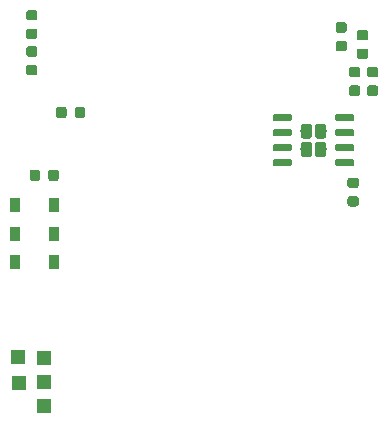
<source format=gbr>
G04 #@! TF.GenerationSoftware,KiCad,Pcbnew,5.1.4-1.fc30*
G04 #@! TF.CreationDate,2020-03-29T15:47:08+02:00*
G04 #@! TF.ProjectId,venom,76656e6f-6d2e-46b6-9963-61645f706362,rev?*
G04 #@! TF.SameCoordinates,Original*
G04 #@! TF.FileFunction,Paste,Bot*
G04 #@! TF.FilePolarity,Positive*
%FSLAX46Y46*%
G04 Gerber Fmt 4.6, Leading zero omitted, Abs format (unit mm)*
G04 Created by KiCad (PCBNEW 5.1.4-1.fc30) date 2020-03-29 15:47:08*
%MOMM*%
%LPD*%
G04 APERTURE LIST*
%ADD10R,1.200000X1.200000*%
%ADD11C,0.100000*%
%ADD12C,0.875000*%
%ADD13R,0.900000X1.200000*%
%ADD14C,0.970000*%
%ADD15C,0.600000*%
G04 APERTURE END LIST*
D10*
X149000000Y-133550000D03*
X149000000Y-135600000D03*
X146850000Y-133500000D03*
X146900000Y-135700000D03*
X149000000Y-137600000D03*
D11*
G36*
X148502691Y-117606053D02*
G01*
X148523926Y-117609203D01*
X148544750Y-117614419D01*
X148564962Y-117621651D01*
X148584368Y-117630830D01*
X148602781Y-117641866D01*
X148620024Y-117654654D01*
X148635930Y-117669070D01*
X148650346Y-117684976D01*
X148663134Y-117702219D01*
X148674170Y-117720632D01*
X148683349Y-117740038D01*
X148690581Y-117760250D01*
X148695797Y-117781074D01*
X148698947Y-117802309D01*
X148700000Y-117823750D01*
X148700000Y-118336250D01*
X148698947Y-118357691D01*
X148695797Y-118378926D01*
X148690581Y-118399750D01*
X148683349Y-118419962D01*
X148674170Y-118439368D01*
X148663134Y-118457781D01*
X148650346Y-118475024D01*
X148635930Y-118490930D01*
X148620024Y-118505346D01*
X148602781Y-118518134D01*
X148584368Y-118529170D01*
X148564962Y-118538349D01*
X148544750Y-118545581D01*
X148523926Y-118550797D01*
X148502691Y-118553947D01*
X148481250Y-118555000D01*
X148043750Y-118555000D01*
X148022309Y-118553947D01*
X148001074Y-118550797D01*
X147980250Y-118545581D01*
X147960038Y-118538349D01*
X147940632Y-118529170D01*
X147922219Y-118518134D01*
X147904976Y-118505346D01*
X147889070Y-118490930D01*
X147874654Y-118475024D01*
X147861866Y-118457781D01*
X147850830Y-118439368D01*
X147841651Y-118419962D01*
X147834419Y-118399750D01*
X147829203Y-118378926D01*
X147826053Y-118357691D01*
X147825000Y-118336250D01*
X147825000Y-117823750D01*
X147826053Y-117802309D01*
X147829203Y-117781074D01*
X147834419Y-117760250D01*
X147841651Y-117740038D01*
X147850830Y-117720632D01*
X147861866Y-117702219D01*
X147874654Y-117684976D01*
X147889070Y-117669070D01*
X147904976Y-117654654D01*
X147922219Y-117641866D01*
X147940632Y-117630830D01*
X147960038Y-117621651D01*
X147980250Y-117614419D01*
X148001074Y-117609203D01*
X148022309Y-117606053D01*
X148043750Y-117605000D01*
X148481250Y-117605000D01*
X148502691Y-117606053D01*
X148502691Y-117606053D01*
G37*
D12*
X148262500Y-118080000D03*
D11*
G36*
X150077691Y-117606053D02*
G01*
X150098926Y-117609203D01*
X150119750Y-117614419D01*
X150139962Y-117621651D01*
X150159368Y-117630830D01*
X150177781Y-117641866D01*
X150195024Y-117654654D01*
X150210930Y-117669070D01*
X150225346Y-117684976D01*
X150238134Y-117702219D01*
X150249170Y-117720632D01*
X150258349Y-117740038D01*
X150265581Y-117760250D01*
X150270797Y-117781074D01*
X150273947Y-117802309D01*
X150275000Y-117823750D01*
X150275000Y-118336250D01*
X150273947Y-118357691D01*
X150270797Y-118378926D01*
X150265581Y-118399750D01*
X150258349Y-118419962D01*
X150249170Y-118439368D01*
X150238134Y-118457781D01*
X150225346Y-118475024D01*
X150210930Y-118490930D01*
X150195024Y-118505346D01*
X150177781Y-118518134D01*
X150159368Y-118529170D01*
X150139962Y-118538349D01*
X150119750Y-118545581D01*
X150098926Y-118550797D01*
X150077691Y-118553947D01*
X150056250Y-118555000D01*
X149618750Y-118555000D01*
X149597309Y-118553947D01*
X149576074Y-118550797D01*
X149555250Y-118545581D01*
X149535038Y-118538349D01*
X149515632Y-118529170D01*
X149497219Y-118518134D01*
X149479976Y-118505346D01*
X149464070Y-118490930D01*
X149449654Y-118475024D01*
X149436866Y-118457781D01*
X149425830Y-118439368D01*
X149416651Y-118419962D01*
X149409419Y-118399750D01*
X149404203Y-118378926D01*
X149401053Y-118357691D01*
X149400000Y-118336250D01*
X149400000Y-117823750D01*
X149401053Y-117802309D01*
X149404203Y-117781074D01*
X149409419Y-117760250D01*
X149416651Y-117740038D01*
X149425830Y-117720632D01*
X149436866Y-117702219D01*
X149449654Y-117684976D01*
X149464070Y-117669070D01*
X149479976Y-117654654D01*
X149497219Y-117641866D01*
X149515632Y-117630830D01*
X149535038Y-117621651D01*
X149555250Y-117614419D01*
X149576074Y-117609203D01*
X149597309Y-117606053D01*
X149618750Y-117605000D01*
X150056250Y-117605000D01*
X150077691Y-117606053D01*
X150077691Y-117606053D01*
G37*
D12*
X149837500Y-118080000D03*
D13*
X146540000Y-123070000D03*
X149840000Y-123070000D03*
X146540000Y-125450000D03*
X149840000Y-125450000D03*
X146550000Y-120560000D03*
X149850000Y-120560000D03*
D11*
G36*
X148277691Y-105671053D02*
G01*
X148298926Y-105674203D01*
X148319750Y-105679419D01*
X148339962Y-105686651D01*
X148359368Y-105695830D01*
X148377781Y-105706866D01*
X148395024Y-105719654D01*
X148410930Y-105734070D01*
X148425346Y-105749976D01*
X148438134Y-105767219D01*
X148449170Y-105785632D01*
X148458349Y-105805038D01*
X148465581Y-105825250D01*
X148470797Y-105846074D01*
X148473947Y-105867309D01*
X148475000Y-105888750D01*
X148475000Y-106326250D01*
X148473947Y-106347691D01*
X148470797Y-106368926D01*
X148465581Y-106389750D01*
X148458349Y-106409962D01*
X148449170Y-106429368D01*
X148438134Y-106447781D01*
X148425346Y-106465024D01*
X148410930Y-106480930D01*
X148395024Y-106495346D01*
X148377781Y-106508134D01*
X148359368Y-106519170D01*
X148339962Y-106528349D01*
X148319750Y-106535581D01*
X148298926Y-106540797D01*
X148277691Y-106543947D01*
X148256250Y-106545000D01*
X147743750Y-106545000D01*
X147722309Y-106543947D01*
X147701074Y-106540797D01*
X147680250Y-106535581D01*
X147660038Y-106528349D01*
X147640632Y-106519170D01*
X147622219Y-106508134D01*
X147604976Y-106495346D01*
X147589070Y-106480930D01*
X147574654Y-106465024D01*
X147561866Y-106447781D01*
X147550830Y-106429368D01*
X147541651Y-106409962D01*
X147534419Y-106389750D01*
X147529203Y-106368926D01*
X147526053Y-106347691D01*
X147525000Y-106326250D01*
X147525000Y-105888750D01*
X147526053Y-105867309D01*
X147529203Y-105846074D01*
X147534419Y-105825250D01*
X147541651Y-105805038D01*
X147550830Y-105785632D01*
X147561866Y-105767219D01*
X147574654Y-105749976D01*
X147589070Y-105734070D01*
X147604976Y-105719654D01*
X147622219Y-105706866D01*
X147640632Y-105695830D01*
X147660038Y-105686651D01*
X147680250Y-105679419D01*
X147701074Y-105674203D01*
X147722309Y-105671053D01*
X147743750Y-105670000D01*
X148256250Y-105670000D01*
X148277691Y-105671053D01*
X148277691Y-105671053D01*
G37*
D12*
X148000000Y-106107500D03*
D11*
G36*
X148277691Y-104096053D02*
G01*
X148298926Y-104099203D01*
X148319750Y-104104419D01*
X148339962Y-104111651D01*
X148359368Y-104120830D01*
X148377781Y-104131866D01*
X148395024Y-104144654D01*
X148410930Y-104159070D01*
X148425346Y-104174976D01*
X148438134Y-104192219D01*
X148449170Y-104210632D01*
X148458349Y-104230038D01*
X148465581Y-104250250D01*
X148470797Y-104271074D01*
X148473947Y-104292309D01*
X148475000Y-104313750D01*
X148475000Y-104751250D01*
X148473947Y-104772691D01*
X148470797Y-104793926D01*
X148465581Y-104814750D01*
X148458349Y-104834962D01*
X148449170Y-104854368D01*
X148438134Y-104872781D01*
X148425346Y-104890024D01*
X148410930Y-104905930D01*
X148395024Y-104920346D01*
X148377781Y-104933134D01*
X148359368Y-104944170D01*
X148339962Y-104953349D01*
X148319750Y-104960581D01*
X148298926Y-104965797D01*
X148277691Y-104968947D01*
X148256250Y-104970000D01*
X147743750Y-104970000D01*
X147722309Y-104968947D01*
X147701074Y-104965797D01*
X147680250Y-104960581D01*
X147660038Y-104953349D01*
X147640632Y-104944170D01*
X147622219Y-104933134D01*
X147604976Y-104920346D01*
X147589070Y-104905930D01*
X147574654Y-104890024D01*
X147561866Y-104872781D01*
X147550830Y-104854368D01*
X147541651Y-104834962D01*
X147534419Y-104814750D01*
X147529203Y-104793926D01*
X147526053Y-104772691D01*
X147525000Y-104751250D01*
X147525000Y-104313750D01*
X147526053Y-104292309D01*
X147529203Y-104271074D01*
X147534419Y-104250250D01*
X147541651Y-104230038D01*
X147550830Y-104210632D01*
X147561866Y-104192219D01*
X147574654Y-104174976D01*
X147589070Y-104159070D01*
X147604976Y-104144654D01*
X147622219Y-104131866D01*
X147640632Y-104120830D01*
X147660038Y-104111651D01*
X147680250Y-104104419D01*
X147701074Y-104099203D01*
X147722309Y-104096053D01*
X147743750Y-104095000D01*
X148256250Y-104095000D01*
X148277691Y-104096053D01*
X148277691Y-104096053D01*
G37*
D12*
X148000000Y-104532500D03*
D11*
G36*
X148277691Y-107156053D02*
G01*
X148298926Y-107159203D01*
X148319750Y-107164419D01*
X148339962Y-107171651D01*
X148359368Y-107180830D01*
X148377781Y-107191866D01*
X148395024Y-107204654D01*
X148410930Y-107219070D01*
X148425346Y-107234976D01*
X148438134Y-107252219D01*
X148449170Y-107270632D01*
X148458349Y-107290038D01*
X148465581Y-107310250D01*
X148470797Y-107331074D01*
X148473947Y-107352309D01*
X148475000Y-107373750D01*
X148475000Y-107811250D01*
X148473947Y-107832691D01*
X148470797Y-107853926D01*
X148465581Y-107874750D01*
X148458349Y-107894962D01*
X148449170Y-107914368D01*
X148438134Y-107932781D01*
X148425346Y-107950024D01*
X148410930Y-107965930D01*
X148395024Y-107980346D01*
X148377781Y-107993134D01*
X148359368Y-108004170D01*
X148339962Y-108013349D01*
X148319750Y-108020581D01*
X148298926Y-108025797D01*
X148277691Y-108028947D01*
X148256250Y-108030000D01*
X147743750Y-108030000D01*
X147722309Y-108028947D01*
X147701074Y-108025797D01*
X147680250Y-108020581D01*
X147660038Y-108013349D01*
X147640632Y-108004170D01*
X147622219Y-107993134D01*
X147604976Y-107980346D01*
X147589070Y-107965930D01*
X147574654Y-107950024D01*
X147561866Y-107932781D01*
X147550830Y-107914368D01*
X147541651Y-107894962D01*
X147534419Y-107874750D01*
X147529203Y-107853926D01*
X147526053Y-107832691D01*
X147525000Y-107811250D01*
X147525000Y-107373750D01*
X147526053Y-107352309D01*
X147529203Y-107331074D01*
X147534419Y-107310250D01*
X147541651Y-107290038D01*
X147550830Y-107270632D01*
X147561866Y-107252219D01*
X147574654Y-107234976D01*
X147589070Y-107219070D01*
X147604976Y-107204654D01*
X147622219Y-107191866D01*
X147640632Y-107180830D01*
X147660038Y-107171651D01*
X147680250Y-107164419D01*
X147701074Y-107159203D01*
X147722309Y-107156053D01*
X147743750Y-107155000D01*
X148256250Y-107155000D01*
X148277691Y-107156053D01*
X148277691Y-107156053D01*
G37*
D12*
X148000000Y-107592500D03*
D11*
G36*
X148277691Y-108731053D02*
G01*
X148298926Y-108734203D01*
X148319750Y-108739419D01*
X148339962Y-108746651D01*
X148359368Y-108755830D01*
X148377781Y-108766866D01*
X148395024Y-108779654D01*
X148410930Y-108794070D01*
X148425346Y-108809976D01*
X148438134Y-108827219D01*
X148449170Y-108845632D01*
X148458349Y-108865038D01*
X148465581Y-108885250D01*
X148470797Y-108906074D01*
X148473947Y-108927309D01*
X148475000Y-108948750D01*
X148475000Y-109386250D01*
X148473947Y-109407691D01*
X148470797Y-109428926D01*
X148465581Y-109449750D01*
X148458349Y-109469962D01*
X148449170Y-109489368D01*
X148438134Y-109507781D01*
X148425346Y-109525024D01*
X148410930Y-109540930D01*
X148395024Y-109555346D01*
X148377781Y-109568134D01*
X148359368Y-109579170D01*
X148339962Y-109588349D01*
X148319750Y-109595581D01*
X148298926Y-109600797D01*
X148277691Y-109603947D01*
X148256250Y-109605000D01*
X147743750Y-109605000D01*
X147722309Y-109603947D01*
X147701074Y-109600797D01*
X147680250Y-109595581D01*
X147660038Y-109588349D01*
X147640632Y-109579170D01*
X147622219Y-109568134D01*
X147604976Y-109555346D01*
X147589070Y-109540930D01*
X147574654Y-109525024D01*
X147561866Y-109507781D01*
X147550830Y-109489368D01*
X147541651Y-109469962D01*
X147534419Y-109449750D01*
X147529203Y-109428926D01*
X147526053Y-109407691D01*
X147525000Y-109386250D01*
X147525000Y-108948750D01*
X147526053Y-108927309D01*
X147529203Y-108906074D01*
X147534419Y-108885250D01*
X147541651Y-108865038D01*
X147550830Y-108845632D01*
X147561866Y-108827219D01*
X147574654Y-108809976D01*
X147589070Y-108794070D01*
X147604976Y-108779654D01*
X147622219Y-108766866D01*
X147640632Y-108755830D01*
X147660038Y-108746651D01*
X147680250Y-108739419D01*
X147701074Y-108734203D01*
X147722309Y-108731053D01*
X147743750Y-108730000D01*
X148256250Y-108730000D01*
X148277691Y-108731053D01*
X148277691Y-108731053D01*
G37*
D12*
X148000000Y-109167500D03*
D11*
G36*
X175617691Y-108896053D02*
G01*
X175638926Y-108899203D01*
X175659750Y-108904419D01*
X175679962Y-108911651D01*
X175699368Y-108920830D01*
X175717781Y-108931866D01*
X175735024Y-108944654D01*
X175750930Y-108959070D01*
X175765346Y-108974976D01*
X175778134Y-108992219D01*
X175789170Y-109010632D01*
X175798349Y-109030038D01*
X175805581Y-109050250D01*
X175810797Y-109071074D01*
X175813947Y-109092309D01*
X175815000Y-109113750D01*
X175815000Y-109551250D01*
X175813947Y-109572691D01*
X175810797Y-109593926D01*
X175805581Y-109614750D01*
X175798349Y-109634962D01*
X175789170Y-109654368D01*
X175778134Y-109672781D01*
X175765346Y-109690024D01*
X175750930Y-109705930D01*
X175735024Y-109720346D01*
X175717781Y-109733134D01*
X175699368Y-109744170D01*
X175679962Y-109753349D01*
X175659750Y-109760581D01*
X175638926Y-109765797D01*
X175617691Y-109768947D01*
X175596250Y-109770000D01*
X175083750Y-109770000D01*
X175062309Y-109768947D01*
X175041074Y-109765797D01*
X175020250Y-109760581D01*
X175000038Y-109753349D01*
X174980632Y-109744170D01*
X174962219Y-109733134D01*
X174944976Y-109720346D01*
X174929070Y-109705930D01*
X174914654Y-109690024D01*
X174901866Y-109672781D01*
X174890830Y-109654368D01*
X174881651Y-109634962D01*
X174874419Y-109614750D01*
X174869203Y-109593926D01*
X174866053Y-109572691D01*
X174865000Y-109551250D01*
X174865000Y-109113750D01*
X174866053Y-109092309D01*
X174869203Y-109071074D01*
X174874419Y-109050250D01*
X174881651Y-109030038D01*
X174890830Y-109010632D01*
X174901866Y-108992219D01*
X174914654Y-108974976D01*
X174929070Y-108959070D01*
X174944976Y-108944654D01*
X174962219Y-108931866D01*
X174980632Y-108920830D01*
X175000038Y-108911651D01*
X175020250Y-108904419D01*
X175041074Y-108899203D01*
X175062309Y-108896053D01*
X175083750Y-108895000D01*
X175596250Y-108895000D01*
X175617691Y-108896053D01*
X175617691Y-108896053D01*
G37*
D12*
X175340000Y-109332500D03*
D11*
G36*
X175617691Y-110471053D02*
G01*
X175638926Y-110474203D01*
X175659750Y-110479419D01*
X175679962Y-110486651D01*
X175699368Y-110495830D01*
X175717781Y-110506866D01*
X175735024Y-110519654D01*
X175750930Y-110534070D01*
X175765346Y-110549976D01*
X175778134Y-110567219D01*
X175789170Y-110585632D01*
X175798349Y-110605038D01*
X175805581Y-110625250D01*
X175810797Y-110646074D01*
X175813947Y-110667309D01*
X175815000Y-110688750D01*
X175815000Y-111126250D01*
X175813947Y-111147691D01*
X175810797Y-111168926D01*
X175805581Y-111189750D01*
X175798349Y-111209962D01*
X175789170Y-111229368D01*
X175778134Y-111247781D01*
X175765346Y-111265024D01*
X175750930Y-111280930D01*
X175735024Y-111295346D01*
X175717781Y-111308134D01*
X175699368Y-111319170D01*
X175679962Y-111328349D01*
X175659750Y-111335581D01*
X175638926Y-111340797D01*
X175617691Y-111343947D01*
X175596250Y-111345000D01*
X175083750Y-111345000D01*
X175062309Y-111343947D01*
X175041074Y-111340797D01*
X175020250Y-111335581D01*
X175000038Y-111328349D01*
X174980632Y-111319170D01*
X174962219Y-111308134D01*
X174944976Y-111295346D01*
X174929070Y-111280930D01*
X174914654Y-111265024D01*
X174901866Y-111247781D01*
X174890830Y-111229368D01*
X174881651Y-111209962D01*
X174874419Y-111189750D01*
X174869203Y-111168926D01*
X174866053Y-111147691D01*
X174865000Y-111126250D01*
X174865000Y-110688750D01*
X174866053Y-110667309D01*
X174869203Y-110646074D01*
X174874419Y-110625250D01*
X174881651Y-110605038D01*
X174890830Y-110585632D01*
X174901866Y-110567219D01*
X174914654Y-110549976D01*
X174929070Y-110534070D01*
X174944976Y-110519654D01*
X174962219Y-110506866D01*
X174980632Y-110495830D01*
X175000038Y-110486651D01*
X175020250Y-110479419D01*
X175041074Y-110474203D01*
X175062309Y-110471053D01*
X175083750Y-110470000D01*
X175596250Y-110470000D01*
X175617691Y-110471053D01*
X175617691Y-110471053D01*
G37*
D12*
X175340000Y-110907500D03*
D11*
G36*
X177137691Y-110471053D02*
G01*
X177158926Y-110474203D01*
X177179750Y-110479419D01*
X177199962Y-110486651D01*
X177219368Y-110495830D01*
X177237781Y-110506866D01*
X177255024Y-110519654D01*
X177270930Y-110534070D01*
X177285346Y-110549976D01*
X177298134Y-110567219D01*
X177309170Y-110585632D01*
X177318349Y-110605038D01*
X177325581Y-110625250D01*
X177330797Y-110646074D01*
X177333947Y-110667309D01*
X177335000Y-110688750D01*
X177335000Y-111126250D01*
X177333947Y-111147691D01*
X177330797Y-111168926D01*
X177325581Y-111189750D01*
X177318349Y-111209962D01*
X177309170Y-111229368D01*
X177298134Y-111247781D01*
X177285346Y-111265024D01*
X177270930Y-111280930D01*
X177255024Y-111295346D01*
X177237781Y-111308134D01*
X177219368Y-111319170D01*
X177199962Y-111328349D01*
X177179750Y-111335581D01*
X177158926Y-111340797D01*
X177137691Y-111343947D01*
X177116250Y-111345000D01*
X176603750Y-111345000D01*
X176582309Y-111343947D01*
X176561074Y-111340797D01*
X176540250Y-111335581D01*
X176520038Y-111328349D01*
X176500632Y-111319170D01*
X176482219Y-111308134D01*
X176464976Y-111295346D01*
X176449070Y-111280930D01*
X176434654Y-111265024D01*
X176421866Y-111247781D01*
X176410830Y-111229368D01*
X176401651Y-111209962D01*
X176394419Y-111189750D01*
X176389203Y-111168926D01*
X176386053Y-111147691D01*
X176385000Y-111126250D01*
X176385000Y-110688750D01*
X176386053Y-110667309D01*
X176389203Y-110646074D01*
X176394419Y-110625250D01*
X176401651Y-110605038D01*
X176410830Y-110585632D01*
X176421866Y-110567219D01*
X176434654Y-110549976D01*
X176449070Y-110534070D01*
X176464976Y-110519654D01*
X176482219Y-110506866D01*
X176500632Y-110495830D01*
X176520038Y-110486651D01*
X176540250Y-110479419D01*
X176561074Y-110474203D01*
X176582309Y-110471053D01*
X176603750Y-110470000D01*
X177116250Y-110470000D01*
X177137691Y-110471053D01*
X177137691Y-110471053D01*
G37*
D12*
X176860000Y-110907500D03*
D11*
G36*
X177137691Y-108896053D02*
G01*
X177158926Y-108899203D01*
X177179750Y-108904419D01*
X177199962Y-108911651D01*
X177219368Y-108920830D01*
X177237781Y-108931866D01*
X177255024Y-108944654D01*
X177270930Y-108959070D01*
X177285346Y-108974976D01*
X177298134Y-108992219D01*
X177309170Y-109010632D01*
X177318349Y-109030038D01*
X177325581Y-109050250D01*
X177330797Y-109071074D01*
X177333947Y-109092309D01*
X177335000Y-109113750D01*
X177335000Y-109551250D01*
X177333947Y-109572691D01*
X177330797Y-109593926D01*
X177325581Y-109614750D01*
X177318349Y-109634962D01*
X177309170Y-109654368D01*
X177298134Y-109672781D01*
X177285346Y-109690024D01*
X177270930Y-109705930D01*
X177255024Y-109720346D01*
X177237781Y-109733134D01*
X177219368Y-109744170D01*
X177199962Y-109753349D01*
X177179750Y-109760581D01*
X177158926Y-109765797D01*
X177137691Y-109768947D01*
X177116250Y-109770000D01*
X176603750Y-109770000D01*
X176582309Y-109768947D01*
X176561074Y-109765797D01*
X176540250Y-109760581D01*
X176520038Y-109753349D01*
X176500632Y-109744170D01*
X176482219Y-109733134D01*
X176464976Y-109720346D01*
X176449070Y-109705930D01*
X176434654Y-109690024D01*
X176421866Y-109672781D01*
X176410830Y-109654368D01*
X176401651Y-109634962D01*
X176394419Y-109614750D01*
X176389203Y-109593926D01*
X176386053Y-109572691D01*
X176385000Y-109551250D01*
X176385000Y-109113750D01*
X176386053Y-109092309D01*
X176389203Y-109071074D01*
X176394419Y-109050250D01*
X176401651Y-109030038D01*
X176410830Y-109010632D01*
X176421866Y-108992219D01*
X176434654Y-108974976D01*
X176449070Y-108959070D01*
X176464976Y-108944654D01*
X176482219Y-108931866D01*
X176500632Y-108920830D01*
X176520038Y-108911651D01*
X176540250Y-108904419D01*
X176561074Y-108899203D01*
X176582309Y-108896053D01*
X176603750Y-108895000D01*
X177116250Y-108895000D01*
X177137691Y-108896053D01*
X177137691Y-108896053D01*
G37*
D12*
X176860000Y-109332500D03*
D11*
G36*
X171516269Y-115271168D02*
G01*
X171539809Y-115274660D01*
X171562894Y-115280442D01*
X171585301Y-115288459D01*
X171606814Y-115298634D01*
X171627226Y-115310869D01*
X171646340Y-115325045D01*
X171663973Y-115341027D01*
X171679955Y-115358660D01*
X171694131Y-115377774D01*
X171706366Y-115398186D01*
X171716541Y-115419699D01*
X171724558Y-115442106D01*
X171730340Y-115465191D01*
X171733832Y-115488731D01*
X171735000Y-115512500D01*
X171735000Y-116277500D01*
X171733832Y-116301269D01*
X171730340Y-116324809D01*
X171724558Y-116347894D01*
X171716541Y-116370301D01*
X171706366Y-116391814D01*
X171694131Y-116412226D01*
X171679955Y-116431340D01*
X171663973Y-116448973D01*
X171646340Y-116464955D01*
X171627226Y-116479131D01*
X171606814Y-116491366D01*
X171585301Y-116501541D01*
X171562894Y-116509558D01*
X171539809Y-116515340D01*
X171516269Y-116518832D01*
X171492500Y-116520000D01*
X171007500Y-116520000D01*
X170983731Y-116518832D01*
X170960191Y-116515340D01*
X170937106Y-116509558D01*
X170914699Y-116501541D01*
X170893186Y-116491366D01*
X170872774Y-116479131D01*
X170853660Y-116464955D01*
X170836027Y-116448973D01*
X170820045Y-116431340D01*
X170805869Y-116412226D01*
X170793634Y-116391814D01*
X170783459Y-116370301D01*
X170775442Y-116347894D01*
X170769660Y-116324809D01*
X170766168Y-116301269D01*
X170765000Y-116277500D01*
X170765000Y-115512500D01*
X170766168Y-115488731D01*
X170769660Y-115465191D01*
X170775442Y-115442106D01*
X170783459Y-115419699D01*
X170793634Y-115398186D01*
X170805869Y-115377774D01*
X170820045Y-115358660D01*
X170836027Y-115341027D01*
X170853660Y-115325045D01*
X170872774Y-115310869D01*
X170893186Y-115298634D01*
X170914699Y-115288459D01*
X170937106Y-115280442D01*
X170960191Y-115274660D01*
X170983731Y-115271168D01*
X171007500Y-115270000D01*
X171492500Y-115270000D01*
X171516269Y-115271168D01*
X171516269Y-115271168D01*
G37*
D14*
X171250000Y-115895000D03*
D11*
G36*
X171516269Y-113721168D02*
G01*
X171539809Y-113724660D01*
X171562894Y-113730442D01*
X171585301Y-113738459D01*
X171606814Y-113748634D01*
X171627226Y-113760869D01*
X171646340Y-113775045D01*
X171663973Y-113791027D01*
X171679955Y-113808660D01*
X171694131Y-113827774D01*
X171706366Y-113848186D01*
X171716541Y-113869699D01*
X171724558Y-113892106D01*
X171730340Y-113915191D01*
X171733832Y-113938731D01*
X171735000Y-113962500D01*
X171735000Y-114727500D01*
X171733832Y-114751269D01*
X171730340Y-114774809D01*
X171724558Y-114797894D01*
X171716541Y-114820301D01*
X171706366Y-114841814D01*
X171694131Y-114862226D01*
X171679955Y-114881340D01*
X171663973Y-114898973D01*
X171646340Y-114914955D01*
X171627226Y-114929131D01*
X171606814Y-114941366D01*
X171585301Y-114951541D01*
X171562894Y-114959558D01*
X171539809Y-114965340D01*
X171516269Y-114968832D01*
X171492500Y-114970000D01*
X171007500Y-114970000D01*
X170983731Y-114968832D01*
X170960191Y-114965340D01*
X170937106Y-114959558D01*
X170914699Y-114951541D01*
X170893186Y-114941366D01*
X170872774Y-114929131D01*
X170853660Y-114914955D01*
X170836027Y-114898973D01*
X170820045Y-114881340D01*
X170805869Y-114862226D01*
X170793634Y-114841814D01*
X170783459Y-114820301D01*
X170775442Y-114797894D01*
X170769660Y-114774809D01*
X170766168Y-114751269D01*
X170765000Y-114727500D01*
X170765000Y-113962500D01*
X170766168Y-113938731D01*
X170769660Y-113915191D01*
X170775442Y-113892106D01*
X170783459Y-113869699D01*
X170793634Y-113848186D01*
X170805869Y-113827774D01*
X170820045Y-113808660D01*
X170836027Y-113791027D01*
X170853660Y-113775045D01*
X170872774Y-113760869D01*
X170893186Y-113748634D01*
X170914699Y-113738459D01*
X170937106Y-113730442D01*
X170960191Y-113724660D01*
X170983731Y-113721168D01*
X171007500Y-113720000D01*
X171492500Y-113720000D01*
X171516269Y-113721168D01*
X171516269Y-113721168D01*
G37*
D14*
X171250000Y-114345000D03*
D11*
G36*
X172716269Y-115271168D02*
G01*
X172739809Y-115274660D01*
X172762894Y-115280442D01*
X172785301Y-115288459D01*
X172806814Y-115298634D01*
X172827226Y-115310869D01*
X172846340Y-115325045D01*
X172863973Y-115341027D01*
X172879955Y-115358660D01*
X172894131Y-115377774D01*
X172906366Y-115398186D01*
X172916541Y-115419699D01*
X172924558Y-115442106D01*
X172930340Y-115465191D01*
X172933832Y-115488731D01*
X172935000Y-115512500D01*
X172935000Y-116277500D01*
X172933832Y-116301269D01*
X172930340Y-116324809D01*
X172924558Y-116347894D01*
X172916541Y-116370301D01*
X172906366Y-116391814D01*
X172894131Y-116412226D01*
X172879955Y-116431340D01*
X172863973Y-116448973D01*
X172846340Y-116464955D01*
X172827226Y-116479131D01*
X172806814Y-116491366D01*
X172785301Y-116501541D01*
X172762894Y-116509558D01*
X172739809Y-116515340D01*
X172716269Y-116518832D01*
X172692500Y-116520000D01*
X172207500Y-116520000D01*
X172183731Y-116518832D01*
X172160191Y-116515340D01*
X172137106Y-116509558D01*
X172114699Y-116501541D01*
X172093186Y-116491366D01*
X172072774Y-116479131D01*
X172053660Y-116464955D01*
X172036027Y-116448973D01*
X172020045Y-116431340D01*
X172005869Y-116412226D01*
X171993634Y-116391814D01*
X171983459Y-116370301D01*
X171975442Y-116347894D01*
X171969660Y-116324809D01*
X171966168Y-116301269D01*
X171965000Y-116277500D01*
X171965000Y-115512500D01*
X171966168Y-115488731D01*
X171969660Y-115465191D01*
X171975442Y-115442106D01*
X171983459Y-115419699D01*
X171993634Y-115398186D01*
X172005869Y-115377774D01*
X172020045Y-115358660D01*
X172036027Y-115341027D01*
X172053660Y-115325045D01*
X172072774Y-115310869D01*
X172093186Y-115298634D01*
X172114699Y-115288459D01*
X172137106Y-115280442D01*
X172160191Y-115274660D01*
X172183731Y-115271168D01*
X172207500Y-115270000D01*
X172692500Y-115270000D01*
X172716269Y-115271168D01*
X172716269Y-115271168D01*
G37*
D14*
X172450000Y-115895000D03*
D11*
G36*
X172716269Y-113721168D02*
G01*
X172739809Y-113724660D01*
X172762894Y-113730442D01*
X172785301Y-113738459D01*
X172806814Y-113748634D01*
X172827226Y-113760869D01*
X172846340Y-113775045D01*
X172863973Y-113791027D01*
X172879955Y-113808660D01*
X172894131Y-113827774D01*
X172906366Y-113848186D01*
X172916541Y-113869699D01*
X172924558Y-113892106D01*
X172930340Y-113915191D01*
X172933832Y-113938731D01*
X172935000Y-113962500D01*
X172935000Y-114727500D01*
X172933832Y-114751269D01*
X172930340Y-114774809D01*
X172924558Y-114797894D01*
X172916541Y-114820301D01*
X172906366Y-114841814D01*
X172894131Y-114862226D01*
X172879955Y-114881340D01*
X172863973Y-114898973D01*
X172846340Y-114914955D01*
X172827226Y-114929131D01*
X172806814Y-114941366D01*
X172785301Y-114951541D01*
X172762894Y-114959558D01*
X172739809Y-114965340D01*
X172716269Y-114968832D01*
X172692500Y-114970000D01*
X172207500Y-114970000D01*
X172183731Y-114968832D01*
X172160191Y-114965340D01*
X172137106Y-114959558D01*
X172114699Y-114951541D01*
X172093186Y-114941366D01*
X172072774Y-114929131D01*
X172053660Y-114914955D01*
X172036027Y-114898973D01*
X172020045Y-114881340D01*
X172005869Y-114862226D01*
X171993634Y-114841814D01*
X171983459Y-114820301D01*
X171975442Y-114797894D01*
X171969660Y-114774809D01*
X171966168Y-114751269D01*
X171965000Y-114727500D01*
X171965000Y-113962500D01*
X171966168Y-113938731D01*
X171969660Y-113915191D01*
X171975442Y-113892106D01*
X171983459Y-113869699D01*
X171993634Y-113848186D01*
X172005869Y-113827774D01*
X172020045Y-113808660D01*
X172036027Y-113791027D01*
X172053660Y-113775045D01*
X172072774Y-113760869D01*
X172093186Y-113748634D01*
X172114699Y-113738459D01*
X172137106Y-113730442D01*
X172160191Y-113724660D01*
X172183731Y-113721168D01*
X172207500Y-113720000D01*
X172692500Y-113720000D01*
X172716269Y-113721168D01*
X172716269Y-113721168D01*
G37*
D14*
X172450000Y-114345000D03*
D11*
G36*
X169864703Y-116725722D02*
G01*
X169879264Y-116727882D01*
X169893543Y-116731459D01*
X169907403Y-116736418D01*
X169920710Y-116742712D01*
X169933336Y-116750280D01*
X169945159Y-116759048D01*
X169956066Y-116768934D01*
X169965952Y-116779841D01*
X169974720Y-116791664D01*
X169982288Y-116804290D01*
X169988582Y-116817597D01*
X169993541Y-116831457D01*
X169997118Y-116845736D01*
X169999278Y-116860297D01*
X170000000Y-116875000D01*
X170000000Y-117175000D01*
X169999278Y-117189703D01*
X169997118Y-117204264D01*
X169993541Y-117218543D01*
X169988582Y-117232403D01*
X169982288Y-117245710D01*
X169974720Y-117258336D01*
X169965952Y-117270159D01*
X169956066Y-117281066D01*
X169945159Y-117290952D01*
X169933336Y-117299720D01*
X169920710Y-117307288D01*
X169907403Y-117313582D01*
X169893543Y-117318541D01*
X169879264Y-117322118D01*
X169864703Y-117324278D01*
X169850000Y-117325000D01*
X168550000Y-117325000D01*
X168535297Y-117324278D01*
X168520736Y-117322118D01*
X168506457Y-117318541D01*
X168492597Y-117313582D01*
X168479290Y-117307288D01*
X168466664Y-117299720D01*
X168454841Y-117290952D01*
X168443934Y-117281066D01*
X168434048Y-117270159D01*
X168425280Y-117258336D01*
X168417712Y-117245710D01*
X168411418Y-117232403D01*
X168406459Y-117218543D01*
X168402882Y-117204264D01*
X168400722Y-117189703D01*
X168400000Y-117175000D01*
X168400000Y-116875000D01*
X168400722Y-116860297D01*
X168402882Y-116845736D01*
X168406459Y-116831457D01*
X168411418Y-116817597D01*
X168417712Y-116804290D01*
X168425280Y-116791664D01*
X168434048Y-116779841D01*
X168443934Y-116768934D01*
X168454841Y-116759048D01*
X168466664Y-116750280D01*
X168479290Y-116742712D01*
X168492597Y-116736418D01*
X168506457Y-116731459D01*
X168520736Y-116727882D01*
X168535297Y-116725722D01*
X168550000Y-116725000D01*
X169850000Y-116725000D01*
X169864703Y-116725722D01*
X169864703Y-116725722D01*
G37*
D15*
X169200000Y-117025000D03*
D11*
G36*
X169864703Y-115455722D02*
G01*
X169879264Y-115457882D01*
X169893543Y-115461459D01*
X169907403Y-115466418D01*
X169920710Y-115472712D01*
X169933336Y-115480280D01*
X169945159Y-115489048D01*
X169956066Y-115498934D01*
X169965952Y-115509841D01*
X169974720Y-115521664D01*
X169982288Y-115534290D01*
X169988582Y-115547597D01*
X169993541Y-115561457D01*
X169997118Y-115575736D01*
X169999278Y-115590297D01*
X170000000Y-115605000D01*
X170000000Y-115905000D01*
X169999278Y-115919703D01*
X169997118Y-115934264D01*
X169993541Y-115948543D01*
X169988582Y-115962403D01*
X169982288Y-115975710D01*
X169974720Y-115988336D01*
X169965952Y-116000159D01*
X169956066Y-116011066D01*
X169945159Y-116020952D01*
X169933336Y-116029720D01*
X169920710Y-116037288D01*
X169907403Y-116043582D01*
X169893543Y-116048541D01*
X169879264Y-116052118D01*
X169864703Y-116054278D01*
X169850000Y-116055000D01*
X168550000Y-116055000D01*
X168535297Y-116054278D01*
X168520736Y-116052118D01*
X168506457Y-116048541D01*
X168492597Y-116043582D01*
X168479290Y-116037288D01*
X168466664Y-116029720D01*
X168454841Y-116020952D01*
X168443934Y-116011066D01*
X168434048Y-116000159D01*
X168425280Y-115988336D01*
X168417712Y-115975710D01*
X168411418Y-115962403D01*
X168406459Y-115948543D01*
X168402882Y-115934264D01*
X168400722Y-115919703D01*
X168400000Y-115905000D01*
X168400000Y-115605000D01*
X168400722Y-115590297D01*
X168402882Y-115575736D01*
X168406459Y-115561457D01*
X168411418Y-115547597D01*
X168417712Y-115534290D01*
X168425280Y-115521664D01*
X168434048Y-115509841D01*
X168443934Y-115498934D01*
X168454841Y-115489048D01*
X168466664Y-115480280D01*
X168479290Y-115472712D01*
X168492597Y-115466418D01*
X168506457Y-115461459D01*
X168520736Y-115457882D01*
X168535297Y-115455722D01*
X168550000Y-115455000D01*
X169850000Y-115455000D01*
X169864703Y-115455722D01*
X169864703Y-115455722D01*
G37*
D15*
X169200000Y-115755000D03*
D11*
G36*
X169864703Y-114185722D02*
G01*
X169879264Y-114187882D01*
X169893543Y-114191459D01*
X169907403Y-114196418D01*
X169920710Y-114202712D01*
X169933336Y-114210280D01*
X169945159Y-114219048D01*
X169956066Y-114228934D01*
X169965952Y-114239841D01*
X169974720Y-114251664D01*
X169982288Y-114264290D01*
X169988582Y-114277597D01*
X169993541Y-114291457D01*
X169997118Y-114305736D01*
X169999278Y-114320297D01*
X170000000Y-114335000D01*
X170000000Y-114635000D01*
X169999278Y-114649703D01*
X169997118Y-114664264D01*
X169993541Y-114678543D01*
X169988582Y-114692403D01*
X169982288Y-114705710D01*
X169974720Y-114718336D01*
X169965952Y-114730159D01*
X169956066Y-114741066D01*
X169945159Y-114750952D01*
X169933336Y-114759720D01*
X169920710Y-114767288D01*
X169907403Y-114773582D01*
X169893543Y-114778541D01*
X169879264Y-114782118D01*
X169864703Y-114784278D01*
X169850000Y-114785000D01*
X168550000Y-114785000D01*
X168535297Y-114784278D01*
X168520736Y-114782118D01*
X168506457Y-114778541D01*
X168492597Y-114773582D01*
X168479290Y-114767288D01*
X168466664Y-114759720D01*
X168454841Y-114750952D01*
X168443934Y-114741066D01*
X168434048Y-114730159D01*
X168425280Y-114718336D01*
X168417712Y-114705710D01*
X168411418Y-114692403D01*
X168406459Y-114678543D01*
X168402882Y-114664264D01*
X168400722Y-114649703D01*
X168400000Y-114635000D01*
X168400000Y-114335000D01*
X168400722Y-114320297D01*
X168402882Y-114305736D01*
X168406459Y-114291457D01*
X168411418Y-114277597D01*
X168417712Y-114264290D01*
X168425280Y-114251664D01*
X168434048Y-114239841D01*
X168443934Y-114228934D01*
X168454841Y-114219048D01*
X168466664Y-114210280D01*
X168479290Y-114202712D01*
X168492597Y-114196418D01*
X168506457Y-114191459D01*
X168520736Y-114187882D01*
X168535297Y-114185722D01*
X168550000Y-114185000D01*
X169850000Y-114185000D01*
X169864703Y-114185722D01*
X169864703Y-114185722D01*
G37*
D15*
X169200000Y-114485000D03*
D11*
G36*
X169864703Y-112915722D02*
G01*
X169879264Y-112917882D01*
X169893543Y-112921459D01*
X169907403Y-112926418D01*
X169920710Y-112932712D01*
X169933336Y-112940280D01*
X169945159Y-112949048D01*
X169956066Y-112958934D01*
X169965952Y-112969841D01*
X169974720Y-112981664D01*
X169982288Y-112994290D01*
X169988582Y-113007597D01*
X169993541Y-113021457D01*
X169997118Y-113035736D01*
X169999278Y-113050297D01*
X170000000Y-113065000D01*
X170000000Y-113365000D01*
X169999278Y-113379703D01*
X169997118Y-113394264D01*
X169993541Y-113408543D01*
X169988582Y-113422403D01*
X169982288Y-113435710D01*
X169974720Y-113448336D01*
X169965952Y-113460159D01*
X169956066Y-113471066D01*
X169945159Y-113480952D01*
X169933336Y-113489720D01*
X169920710Y-113497288D01*
X169907403Y-113503582D01*
X169893543Y-113508541D01*
X169879264Y-113512118D01*
X169864703Y-113514278D01*
X169850000Y-113515000D01*
X168550000Y-113515000D01*
X168535297Y-113514278D01*
X168520736Y-113512118D01*
X168506457Y-113508541D01*
X168492597Y-113503582D01*
X168479290Y-113497288D01*
X168466664Y-113489720D01*
X168454841Y-113480952D01*
X168443934Y-113471066D01*
X168434048Y-113460159D01*
X168425280Y-113448336D01*
X168417712Y-113435710D01*
X168411418Y-113422403D01*
X168406459Y-113408543D01*
X168402882Y-113394264D01*
X168400722Y-113379703D01*
X168400000Y-113365000D01*
X168400000Y-113065000D01*
X168400722Y-113050297D01*
X168402882Y-113035736D01*
X168406459Y-113021457D01*
X168411418Y-113007597D01*
X168417712Y-112994290D01*
X168425280Y-112981664D01*
X168434048Y-112969841D01*
X168443934Y-112958934D01*
X168454841Y-112949048D01*
X168466664Y-112940280D01*
X168479290Y-112932712D01*
X168492597Y-112926418D01*
X168506457Y-112921459D01*
X168520736Y-112917882D01*
X168535297Y-112915722D01*
X168550000Y-112915000D01*
X169850000Y-112915000D01*
X169864703Y-112915722D01*
X169864703Y-112915722D01*
G37*
D15*
X169200000Y-113215000D03*
D11*
G36*
X175164703Y-112915722D02*
G01*
X175179264Y-112917882D01*
X175193543Y-112921459D01*
X175207403Y-112926418D01*
X175220710Y-112932712D01*
X175233336Y-112940280D01*
X175245159Y-112949048D01*
X175256066Y-112958934D01*
X175265952Y-112969841D01*
X175274720Y-112981664D01*
X175282288Y-112994290D01*
X175288582Y-113007597D01*
X175293541Y-113021457D01*
X175297118Y-113035736D01*
X175299278Y-113050297D01*
X175300000Y-113065000D01*
X175300000Y-113365000D01*
X175299278Y-113379703D01*
X175297118Y-113394264D01*
X175293541Y-113408543D01*
X175288582Y-113422403D01*
X175282288Y-113435710D01*
X175274720Y-113448336D01*
X175265952Y-113460159D01*
X175256066Y-113471066D01*
X175245159Y-113480952D01*
X175233336Y-113489720D01*
X175220710Y-113497288D01*
X175207403Y-113503582D01*
X175193543Y-113508541D01*
X175179264Y-113512118D01*
X175164703Y-113514278D01*
X175150000Y-113515000D01*
X173850000Y-113515000D01*
X173835297Y-113514278D01*
X173820736Y-113512118D01*
X173806457Y-113508541D01*
X173792597Y-113503582D01*
X173779290Y-113497288D01*
X173766664Y-113489720D01*
X173754841Y-113480952D01*
X173743934Y-113471066D01*
X173734048Y-113460159D01*
X173725280Y-113448336D01*
X173717712Y-113435710D01*
X173711418Y-113422403D01*
X173706459Y-113408543D01*
X173702882Y-113394264D01*
X173700722Y-113379703D01*
X173700000Y-113365000D01*
X173700000Y-113065000D01*
X173700722Y-113050297D01*
X173702882Y-113035736D01*
X173706459Y-113021457D01*
X173711418Y-113007597D01*
X173717712Y-112994290D01*
X173725280Y-112981664D01*
X173734048Y-112969841D01*
X173743934Y-112958934D01*
X173754841Y-112949048D01*
X173766664Y-112940280D01*
X173779290Y-112932712D01*
X173792597Y-112926418D01*
X173806457Y-112921459D01*
X173820736Y-112917882D01*
X173835297Y-112915722D01*
X173850000Y-112915000D01*
X175150000Y-112915000D01*
X175164703Y-112915722D01*
X175164703Y-112915722D01*
G37*
D15*
X174500000Y-113215000D03*
D11*
G36*
X175164703Y-114185722D02*
G01*
X175179264Y-114187882D01*
X175193543Y-114191459D01*
X175207403Y-114196418D01*
X175220710Y-114202712D01*
X175233336Y-114210280D01*
X175245159Y-114219048D01*
X175256066Y-114228934D01*
X175265952Y-114239841D01*
X175274720Y-114251664D01*
X175282288Y-114264290D01*
X175288582Y-114277597D01*
X175293541Y-114291457D01*
X175297118Y-114305736D01*
X175299278Y-114320297D01*
X175300000Y-114335000D01*
X175300000Y-114635000D01*
X175299278Y-114649703D01*
X175297118Y-114664264D01*
X175293541Y-114678543D01*
X175288582Y-114692403D01*
X175282288Y-114705710D01*
X175274720Y-114718336D01*
X175265952Y-114730159D01*
X175256066Y-114741066D01*
X175245159Y-114750952D01*
X175233336Y-114759720D01*
X175220710Y-114767288D01*
X175207403Y-114773582D01*
X175193543Y-114778541D01*
X175179264Y-114782118D01*
X175164703Y-114784278D01*
X175150000Y-114785000D01*
X173850000Y-114785000D01*
X173835297Y-114784278D01*
X173820736Y-114782118D01*
X173806457Y-114778541D01*
X173792597Y-114773582D01*
X173779290Y-114767288D01*
X173766664Y-114759720D01*
X173754841Y-114750952D01*
X173743934Y-114741066D01*
X173734048Y-114730159D01*
X173725280Y-114718336D01*
X173717712Y-114705710D01*
X173711418Y-114692403D01*
X173706459Y-114678543D01*
X173702882Y-114664264D01*
X173700722Y-114649703D01*
X173700000Y-114635000D01*
X173700000Y-114335000D01*
X173700722Y-114320297D01*
X173702882Y-114305736D01*
X173706459Y-114291457D01*
X173711418Y-114277597D01*
X173717712Y-114264290D01*
X173725280Y-114251664D01*
X173734048Y-114239841D01*
X173743934Y-114228934D01*
X173754841Y-114219048D01*
X173766664Y-114210280D01*
X173779290Y-114202712D01*
X173792597Y-114196418D01*
X173806457Y-114191459D01*
X173820736Y-114187882D01*
X173835297Y-114185722D01*
X173850000Y-114185000D01*
X175150000Y-114185000D01*
X175164703Y-114185722D01*
X175164703Y-114185722D01*
G37*
D15*
X174500000Y-114485000D03*
D11*
G36*
X175164703Y-115455722D02*
G01*
X175179264Y-115457882D01*
X175193543Y-115461459D01*
X175207403Y-115466418D01*
X175220710Y-115472712D01*
X175233336Y-115480280D01*
X175245159Y-115489048D01*
X175256066Y-115498934D01*
X175265952Y-115509841D01*
X175274720Y-115521664D01*
X175282288Y-115534290D01*
X175288582Y-115547597D01*
X175293541Y-115561457D01*
X175297118Y-115575736D01*
X175299278Y-115590297D01*
X175300000Y-115605000D01*
X175300000Y-115905000D01*
X175299278Y-115919703D01*
X175297118Y-115934264D01*
X175293541Y-115948543D01*
X175288582Y-115962403D01*
X175282288Y-115975710D01*
X175274720Y-115988336D01*
X175265952Y-116000159D01*
X175256066Y-116011066D01*
X175245159Y-116020952D01*
X175233336Y-116029720D01*
X175220710Y-116037288D01*
X175207403Y-116043582D01*
X175193543Y-116048541D01*
X175179264Y-116052118D01*
X175164703Y-116054278D01*
X175150000Y-116055000D01*
X173850000Y-116055000D01*
X173835297Y-116054278D01*
X173820736Y-116052118D01*
X173806457Y-116048541D01*
X173792597Y-116043582D01*
X173779290Y-116037288D01*
X173766664Y-116029720D01*
X173754841Y-116020952D01*
X173743934Y-116011066D01*
X173734048Y-116000159D01*
X173725280Y-115988336D01*
X173717712Y-115975710D01*
X173711418Y-115962403D01*
X173706459Y-115948543D01*
X173702882Y-115934264D01*
X173700722Y-115919703D01*
X173700000Y-115905000D01*
X173700000Y-115605000D01*
X173700722Y-115590297D01*
X173702882Y-115575736D01*
X173706459Y-115561457D01*
X173711418Y-115547597D01*
X173717712Y-115534290D01*
X173725280Y-115521664D01*
X173734048Y-115509841D01*
X173743934Y-115498934D01*
X173754841Y-115489048D01*
X173766664Y-115480280D01*
X173779290Y-115472712D01*
X173792597Y-115466418D01*
X173806457Y-115461459D01*
X173820736Y-115457882D01*
X173835297Y-115455722D01*
X173850000Y-115455000D01*
X175150000Y-115455000D01*
X175164703Y-115455722D01*
X175164703Y-115455722D01*
G37*
D15*
X174500000Y-115755000D03*
D11*
G36*
X175164703Y-116725722D02*
G01*
X175179264Y-116727882D01*
X175193543Y-116731459D01*
X175207403Y-116736418D01*
X175220710Y-116742712D01*
X175233336Y-116750280D01*
X175245159Y-116759048D01*
X175256066Y-116768934D01*
X175265952Y-116779841D01*
X175274720Y-116791664D01*
X175282288Y-116804290D01*
X175288582Y-116817597D01*
X175293541Y-116831457D01*
X175297118Y-116845736D01*
X175299278Y-116860297D01*
X175300000Y-116875000D01*
X175300000Y-117175000D01*
X175299278Y-117189703D01*
X175297118Y-117204264D01*
X175293541Y-117218543D01*
X175288582Y-117232403D01*
X175282288Y-117245710D01*
X175274720Y-117258336D01*
X175265952Y-117270159D01*
X175256066Y-117281066D01*
X175245159Y-117290952D01*
X175233336Y-117299720D01*
X175220710Y-117307288D01*
X175207403Y-117313582D01*
X175193543Y-117318541D01*
X175179264Y-117322118D01*
X175164703Y-117324278D01*
X175150000Y-117325000D01*
X173850000Y-117325000D01*
X173835297Y-117324278D01*
X173820736Y-117322118D01*
X173806457Y-117318541D01*
X173792597Y-117313582D01*
X173779290Y-117307288D01*
X173766664Y-117299720D01*
X173754841Y-117290952D01*
X173743934Y-117281066D01*
X173734048Y-117270159D01*
X173725280Y-117258336D01*
X173717712Y-117245710D01*
X173711418Y-117232403D01*
X173706459Y-117218543D01*
X173702882Y-117204264D01*
X173700722Y-117189703D01*
X173700000Y-117175000D01*
X173700000Y-116875000D01*
X173700722Y-116860297D01*
X173702882Y-116845736D01*
X173706459Y-116831457D01*
X173711418Y-116817597D01*
X173717712Y-116804290D01*
X173725280Y-116791664D01*
X173734048Y-116779841D01*
X173743934Y-116768934D01*
X173754841Y-116759048D01*
X173766664Y-116750280D01*
X173779290Y-116742712D01*
X173792597Y-116736418D01*
X173806457Y-116731459D01*
X173820736Y-116727882D01*
X173835297Y-116725722D01*
X173850000Y-116725000D01*
X175150000Y-116725000D01*
X175164703Y-116725722D01*
X175164703Y-116725722D01*
G37*
D15*
X174500000Y-117025000D03*
D11*
G36*
X175477691Y-118276053D02*
G01*
X175498926Y-118279203D01*
X175519750Y-118284419D01*
X175539962Y-118291651D01*
X175559368Y-118300830D01*
X175577781Y-118311866D01*
X175595024Y-118324654D01*
X175610930Y-118339070D01*
X175625346Y-118354976D01*
X175638134Y-118372219D01*
X175649170Y-118390632D01*
X175658349Y-118410038D01*
X175665581Y-118430250D01*
X175670797Y-118451074D01*
X175673947Y-118472309D01*
X175675000Y-118493750D01*
X175675000Y-118931250D01*
X175673947Y-118952691D01*
X175670797Y-118973926D01*
X175665581Y-118994750D01*
X175658349Y-119014962D01*
X175649170Y-119034368D01*
X175638134Y-119052781D01*
X175625346Y-119070024D01*
X175610930Y-119085930D01*
X175595024Y-119100346D01*
X175577781Y-119113134D01*
X175559368Y-119124170D01*
X175539962Y-119133349D01*
X175519750Y-119140581D01*
X175498926Y-119145797D01*
X175477691Y-119148947D01*
X175456250Y-119150000D01*
X174943750Y-119150000D01*
X174922309Y-119148947D01*
X174901074Y-119145797D01*
X174880250Y-119140581D01*
X174860038Y-119133349D01*
X174840632Y-119124170D01*
X174822219Y-119113134D01*
X174804976Y-119100346D01*
X174789070Y-119085930D01*
X174774654Y-119070024D01*
X174761866Y-119052781D01*
X174750830Y-119034368D01*
X174741651Y-119014962D01*
X174734419Y-118994750D01*
X174729203Y-118973926D01*
X174726053Y-118952691D01*
X174725000Y-118931250D01*
X174725000Y-118493750D01*
X174726053Y-118472309D01*
X174729203Y-118451074D01*
X174734419Y-118430250D01*
X174741651Y-118410038D01*
X174750830Y-118390632D01*
X174761866Y-118372219D01*
X174774654Y-118354976D01*
X174789070Y-118339070D01*
X174804976Y-118324654D01*
X174822219Y-118311866D01*
X174840632Y-118300830D01*
X174860038Y-118291651D01*
X174880250Y-118284419D01*
X174901074Y-118279203D01*
X174922309Y-118276053D01*
X174943750Y-118275000D01*
X175456250Y-118275000D01*
X175477691Y-118276053D01*
X175477691Y-118276053D01*
G37*
D12*
X175200000Y-118712500D03*
D11*
G36*
X175477691Y-119851053D02*
G01*
X175498926Y-119854203D01*
X175519750Y-119859419D01*
X175539962Y-119866651D01*
X175559368Y-119875830D01*
X175577781Y-119886866D01*
X175595024Y-119899654D01*
X175610930Y-119914070D01*
X175625346Y-119929976D01*
X175638134Y-119947219D01*
X175649170Y-119965632D01*
X175658349Y-119985038D01*
X175665581Y-120005250D01*
X175670797Y-120026074D01*
X175673947Y-120047309D01*
X175675000Y-120068750D01*
X175675000Y-120506250D01*
X175673947Y-120527691D01*
X175670797Y-120548926D01*
X175665581Y-120569750D01*
X175658349Y-120589962D01*
X175649170Y-120609368D01*
X175638134Y-120627781D01*
X175625346Y-120645024D01*
X175610930Y-120660930D01*
X175595024Y-120675346D01*
X175577781Y-120688134D01*
X175559368Y-120699170D01*
X175539962Y-120708349D01*
X175519750Y-120715581D01*
X175498926Y-120720797D01*
X175477691Y-120723947D01*
X175456250Y-120725000D01*
X174943750Y-120725000D01*
X174922309Y-120723947D01*
X174901074Y-120720797D01*
X174880250Y-120715581D01*
X174860038Y-120708349D01*
X174840632Y-120699170D01*
X174822219Y-120688134D01*
X174804976Y-120675346D01*
X174789070Y-120660930D01*
X174774654Y-120645024D01*
X174761866Y-120627781D01*
X174750830Y-120609368D01*
X174741651Y-120589962D01*
X174734419Y-120569750D01*
X174729203Y-120548926D01*
X174726053Y-120527691D01*
X174725000Y-120506250D01*
X174725000Y-120068750D01*
X174726053Y-120047309D01*
X174729203Y-120026074D01*
X174734419Y-120005250D01*
X174741651Y-119985038D01*
X174750830Y-119965632D01*
X174761866Y-119947219D01*
X174774654Y-119929976D01*
X174789070Y-119914070D01*
X174804976Y-119899654D01*
X174822219Y-119886866D01*
X174840632Y-119875830D01*
X174860038Y-119866651D01*
X174880250Y-119859419D01*
X174901074Y-119854203D01*
X174922309Y-119851053D01*
X174943750Y-119850000D01*
X175456250Y-119850000D01*
X175477691Y-119851053D01*
X175477691Y-119851053D01*
G37*
D12*
X175200000Y-120287500D03*
D11*
G36*
X174477691Y-105126053D02*
G01*
X174498926Y-105129203D01*
X174519750Y-105134419D01*
X174539962Y-105141651D01*
X174559368Y-105150830D01*
X174577781Y-105161866D01*
X174595024Y-105174654D01*
X174610930Y-105189070D01*
X174625346Y-105204976D01*
X174638134Y-105222219D01*
X174649170Y-105240632D01*
X174658349Y-105260038D01*
X174665581Y-105280250D01*
X174670797Y-105301074D01*
X174673947Y-105322309D01*
X174675000Y-105343750D01*
X174675000Y-105781250D01*
X174673947Y-105802691D01*
X174670797Y-105823926D01*
X174665581Y-105844750D01*
X174658349Y-105864962D01*
X174649170Y-105884368D01*
X174638134Y-105902781D01*
X174625346Y-105920024D01*
X174610930Y-105935930D01*
X174595024Y-105950346D01*
X174577781Y-105963134D01*
X174559368Y-105974170D01*
X174539962Y-105983349D01*
X174519750Y-105990581D01*
X174498926Y-105995797D01*
X174477691Y-105998947D01*
X174456250Y-106000000D01*
X173943750Y-106000000D01*
X173922309Y-105998947D01*
X173901074Y-105995797D01*
X173880250Y-105990581D01*
X173860038Y-105983349D01*
X173840632Y-105974170D01*
X173822219Y-105963134D01*
X173804976Y-105950346D01*
X173789070Y-105935930D01*
X173774654Y-105920024D01*
X173761866Y-105902781D01*
X173750830Y-105884368D01*
X173741651Y-105864962D01*
X173734419Y-105844750D01*
X173729203Y-105823926D01*
X173726053Y-105802691D01*
X173725000Y-105781250D01*
X173725000Y-105343750D01*
X173726053Y-105322309D01*
X173729203Y-105301074D01*
X173734419Y-105280250D01*
X173741651Y-105260038D01*
X173750830Y-105240632D01*
X173761866Y-105222219D01*
X173774654Y-105204976D01*
X173789070Y-105189070D01*
X173804976Y-105174654D01*
X173822219Y-105161866D01*
X173840632Y-105150830D01*
X173860038Y-105141651D01*
X173880250Y-105134419D01*
X173901074Y-105129203D01*
X173922309Y-105126053D01*
X173943750Y-105125000D01*
X174456250Y-105125000D01*
X174477691Y-105126053D01*
X174477691Y-105126053D01*
G37*
D12*
X174200000Y-105562500D03*
D11*
G36*
X174477691Y-106701053D02*
G01*
X174498926Y-106704203D01*
X174519750Y-106709419D01*
X174539962Y-106716651D01*
X174559368Y-106725830D01*
X174577781Y-106736866D01*
X174595024Y-106749654D01*
X174610930Y-106764070D01*
X174625346Y-106779976D01*
X174638134Y-106797219D01*
X174649170Y-106815632D01*
X174658349Y-106835038D01*
X174665581Y-106855250D01*
X174670797Y-106876074D01*
X174673947Y-106897309D01*
X174675000Y-106918750D01*
X174675000Y-107356250D01*
X174673947Y-107377691D01*
X174670797Y-107398926D01*
X174665581Y-107419750D01*
X174658349Y-107439962D01*
X174649170Y-107459368D01*
X174638134Y-107477781D01*
X174625346Y-107495024D01*
X174610930Y-107510930D01*
X174595024Y-107525346D01*
X174577781Y-107538134D01*
X174559368Y-107549170D01*
X174539962Y-107558349D01*
X174519750Y-107565581D01*
X174498926Y-107570797D01*
X174477691Y-107573947D01*
X174456250Y-107575000D01*
X173943750Y-107575000D01*
X173922309Y-107573947D01*
X173901074Y-107570797D01*
X173880250Y-107565581D01*
X173860038Y-107558349D01*
X173840632Y-107549170D01*
X173822219Y-107538134D01*
X173804976Y-107525346D01*
X173789070Y-107510930D01*
X173774654Y-107495024D01*
X173761866Y-107477781D01*
X173750830Y-107459368D01*
X173741651Y-107439962D01*
X173734419Y-107419750D01*
X173729203Y-107398926D01*
X173726053Y-107377691D01*
X173725000Y-107356250D01*
X173725000Y-106918750D01*
X173726053Y-106897309D01*
X173729203Y-106876074D01*
X173734419Y-106855250D01*
X173741651Y-106835038D01*
X173750830Y-106815632D01*
X173761866Y-106797219D01*
X173774654Y-106779976D01*
X173789070Y-106764070D01*
X173804976Y-106749654D01*
X173822219Y-106736866D01*
X173840632Y-106725830D01*
X173860038Y-106716651D01*
X173880250Y-106709419D01*
X173901074Y-106704203D01*
X173922309Y-106701053D01*
X173943750Y-106700000D01*
X174456250Y-106700000D01*
X174477691Y-106701053D01*
X174477691Y-106701053D01*
G37*
D12*
X174200000Y-107137500D03*
D11*
G36*
X176277691Y-107351053D02*
G01*
X176298926Y-107354203D01*
X176319750Y-107359419D01*
X176339962Y-107366651D01*
X176359368Y-107375830D01*
X176377781Y-107386866D01*
X176395024Y-107399654D01*
X176410930Y-107414070D01*
X176425346Y-107429976D01*
X176438134Y-107447219D01*
X176449170Y-107465632D01*
X176458349Y-107485038D01*
X176465581Y-107505250D01*
X176470797Y-107526074D01*
X176473947Y-107547309D01*
X176475000Y-107568750D01*
X176475000Y-108006250D01*
X176473947Y-108027691D01*
X176470797Y-108048926D01*
X176465581Y-108069750D01*
X176458349Y-108089962D01*
X176449170Y-108109368D01*
X176438134Y-108127781D01*
X176425346Y-108145024D01*
X176410930Y-108160930D01*
X176395024Y-108175346D01*
X176377781Y-108188134D01*
X176359368Y-108199170D01*
X176339962Y-108208349D01*
X176319750Y-108215581D01*
X176298926Y-108220797D01*
X176277691Y-108223947D01*
X176256250Y-108225000D01*
X175743750Y-108225000D01*
X175722309Y-108223947D01*
X175701074Y-108220797D01*
X175680250Y-108215581D01*
X175660038Y-108208349D01*
X175640632Y-108199170D01*
X175622219Y-108188134D01*
X175604976Y-108175346D01*
X175589070Y-108160930D01*
X175574654Y-108145024D01*
X175561866Y-108127781D01*
X175550830Y-108109368D01*
X175541651Y-108089962D01*
X175534419Y-108069750D01*
X175529203Y-108048926D01*
X175526053Y-108027691D01*
X175525000Y-108006250D01*
X175525000Y-107568750D01*
X175526053Y-107547309D01*
X175529203Y-107526074D01*
X175534419Y-107505250D01*
X175541651Y-107485038D01*
X175550830Y-107465632D01*
X175561866Y-107447219D01*
X175574654Y-107429976D01*
X175589070Y-107414070D01*
X175604976Y-107399654D01*
X175622219Y-107386866D01*
X175640632Y-107375830D01*
X175660038Y-107366651D01*
X175680250Y-107359419D01*
X175701074Y-107354203D01*
X175722309Y-107351053D01*
X175743750Y-107350000D01*
X176256250Y-107350000D01*
X176277691Y-107351053D01*
X176277691Y-107351053D01*
G37*
D12*
X176000000Y-107787500D03*
D11*
G36*
X176277691Y-105776053D02*
G01*
X176298926Y-105779203D01*
X176319750Y-105784419D01*
X176339962Y-105791651D01*
X176359368Y-105800830D01*
X176377781Y-105811866D01*
X176395024Y-105824654D01*
X176410930Y-105839070D01*
X176425346Y-105854976D01*
X176438134Y-105872219D01*
X176449170Y-105890632D01*
X176458349Y-105910038D01*
X176465581Y-105930250D01*
X176470797Y-105951074D01*
X176473947Y-105972309D01*
X176475000Y-105993750D01*
X176475000Y-106431250D01*
X176473947Y-106452691D01*
X176470797Y-106473926D01*
X176465581Y-106494750D01*
X176458349Y-106514962D01*
X176449170Y-106534368D01*
X176438134Y-106552781D01*
X176425346Y-106570024D01*
X176410930Y-106585930D01*
X176395024Y-106600346D01*
X176377781Y-106613134D01*
X176359368Y-106624170D01*
X176339962Y-106633349D01*
X176319750Y-106640581D01*
X176298926Y-106645797D01*
X176277691Y-106648947D01*
X176256250Y-106650000D01*
X175743750Y-106650000D01*
X175722309Y-106648947D01*
X175701074Y-106645797D01*
X175680250Y-106640581D01*
X175660038Y-106633349D01*
X175640632Y-106624170D01*
X175622219Y-106613134D01*
X175604976Y-106600346D01*
X175589070Y-106585930D01*
X175574654Y-106570024D01*
X175561866Y-106552781D01*
X175550830Y-106534368D01*
X175541651Y-106514962D01*
X175534419Y-106494750D01*
X175529203Y-106473926D01*
X175526053Y-106452691D01*
X175525000Y-106431250D01*
X175525000Y-105993750D01*
X175526053Y-105972309D01*
X175529203Y-105951074D01*
X175534419Y-105930250D01*
X175541651Y-105910038D01*
X175550830Y-105890632D01*
X175561866Y-105872219D01*
X175574654Y-105854976D01*
X175589070Y-105839070D01*
X175604976Y-105824654D01*
X175622219Y-105811866D01*
X175640632Y-105800830D01*
X175660038Y-105791651D01*
X175680250Y-105784419D01*
X175701074Y-105779203D01*
X175722309Y-105776053D01*
X175743750Y-105775000D01*
X176256250Y-105775000D01*
X176277691Y-105776053D01*
X176277691Y-105776053D01*
G37*
D12*
X176000000Y-106212500D03*
D11*
G36*
X152317691Y-112286053D02*
G01*
X152338926Y-112289203D01*
X152359750Y-112294419D01*
X152379962Y-112301651D01*
X152399368Y-112310830D01*
X152417781Y-112321866D01*
X152435024Y-112334654D01*
X152450930Y-112349070D01*
X152465346Y-112364976D01*
X152478134Y-112382219D01*
X152489170Y-112400632D01*
X152498349Y-112420038D01*
X152505581Y-112440250D01*
X152510797Y-112461074D01*
X152513947Y-112482309D01*
X152515000Y-112503750D01*
X152515000Y-113016250D01*
X152513947Y-113037691D01*
X152510797Y-113058926D01*
X152505581Y-113079750D01*
X152498349Y-113099962D01*
X152489170Y-113119368D01*
X152478134Y-113137781D01*
X152465346Y-113155024D01*
X152450930Y-113170930D01*
X152435024Y-113185346D01*
X152417781Y-113198134D01*
X152399368Y-113209170D01*
X152379962Y-113218349D01*
X152359750Y-113225581D01*
X152338926Y-113230797D01*
X152317691Y-113233947D01*
X152296250Y-113235000D01*
X151858750Y-113235000D01*
X151837309Y-113233947D01*
X151816074Y-113230797D01*
X151795250Y-113225581D01*
X151775038Y-113218349D01*
X151755632Y-113209170D01*
X151737219Y-113198134D01*
X151719976Y-113185346D01*
X151704070Y-113170930D01*
X151689654Y-113155024D01*
X151676866Y-113137781D01*
X151665830Y-113119368D01*
X151656651Y-113099962D01*
X151649419Y-113079750D01*
X151644203Y-113058926D01*
X151641053Y-113037691D01*
X151640000Y-113016250D01*
X151640000Y-112503750D01*
X151641053Y-112482309D01*
X151644203Y-112461074D01*
X151649419Y-112440250D01*
X151656651Y-112420038D01*
X151665830Y-112400632D01*
X151676866Y-112382219D01*
X151689654Y-112364976D01*
X151704070Y-112349070D01*
X151719976Y-112334654D01*
X151737219Y-112321866D01*
X151755632Y-112310830D01*
X151775038Y-112301651D01*
X151795250Y-112294419D01*
X151816074Y-112289203D01*
X151837309Y-112286053D01*
X151858750Y-112285000D01*
X152296250Y-112285000D01*
X152317691Y-112286053D01*
X152317691Y-112286053D01*
G37*
D12*
X152077500Y-112760000D03*
D11*
G36*
X150742691Y-112286053D02*
G01*
X150763926Y-112289203D01*
X150784750Y-112294419D01*
X150804962Y-112301651D01*
X150824368Y-112310830D01*
X150842781Y-112321866D01*
X150860024Y-112334654D01*
X150875930Y-112349070D01*
X150890346Y-112364976D01*
X150903134Y-112382219D01*
X150914170Y-112400632D01*
X150923349Y-112420038D01*
X150930581Y-112440250D01*
X150935797Y-112461074D01*
X150938947Y-112482309D01*
X150940000Y-112503750D01*
X150940000Y-113016250D01*
X150938947Y-113037691D01*
X150935797Y-113058926D01*
X150930581Y-113079750D01*
X150923349Y-113099962D01*
X150914170Y-113119368D01*
X150903134Y-113137781D01*
X150890346Y-113155024D01*
X150875930Y-113170930D01*
X150860024Y-113185346D01*
X150842781Y-113198134D01*
X150824368Y-113209170D01*
X150804962Y-113218349D01*
X150784750Y-113225581D01*
X150763926Y-113230797D01*
X150742691Y-113233947D01*
X150721250Y-113235000D01*
X150283750Y-113235000D01*
X150262309Y-113233947D01*
X150241074Y-113230797D01*
X150220250Y-113225581D01*
X150200038Y-113218349D01*
X150180632Y-113209170D01*
X150162219Y-113198134D01*
X150144976Y-113185346D01*
X150129070Y-113170930D01*
X150114654Y-113155024D01*
X150101866Y-113137781D01*
X150090830Y-113119368D01*
X150081651Y-113099962D01*
X150074419Y-113079750D01*
X150069203Y-113058926D01*
X150066053Y-113037691D01*
X150065000Y-113016250D01*
X150065000Y-112503750D01*
X150066053Y-112482309D01*
X150069203Y-112461074D01*
X150074419Y-112440250D01*
X150081651Y-112420038D01*
X150090830Y-112400632D01*
X150101866Y-112382219D01*
X150114654Y-112364976D01*
X150129070Y-112349070D01*
X150144976Y-112334654D01*
X150162219Y-112321866D01*
X150180632Y-112310830D01*
X150200038Y-112301651D01*
X150220250Y-112294419D01*
X150241074Y-112289203D01*
X150262309Y-112286053D01*
X150283750Y-112285000D01*
X150721250Y-112285000D01*
X150742691Y-112286053D01*
X150742691Y-112286053D01*
G37*
D12*
X150502500Y-112760000D03*
M02*

</source>
